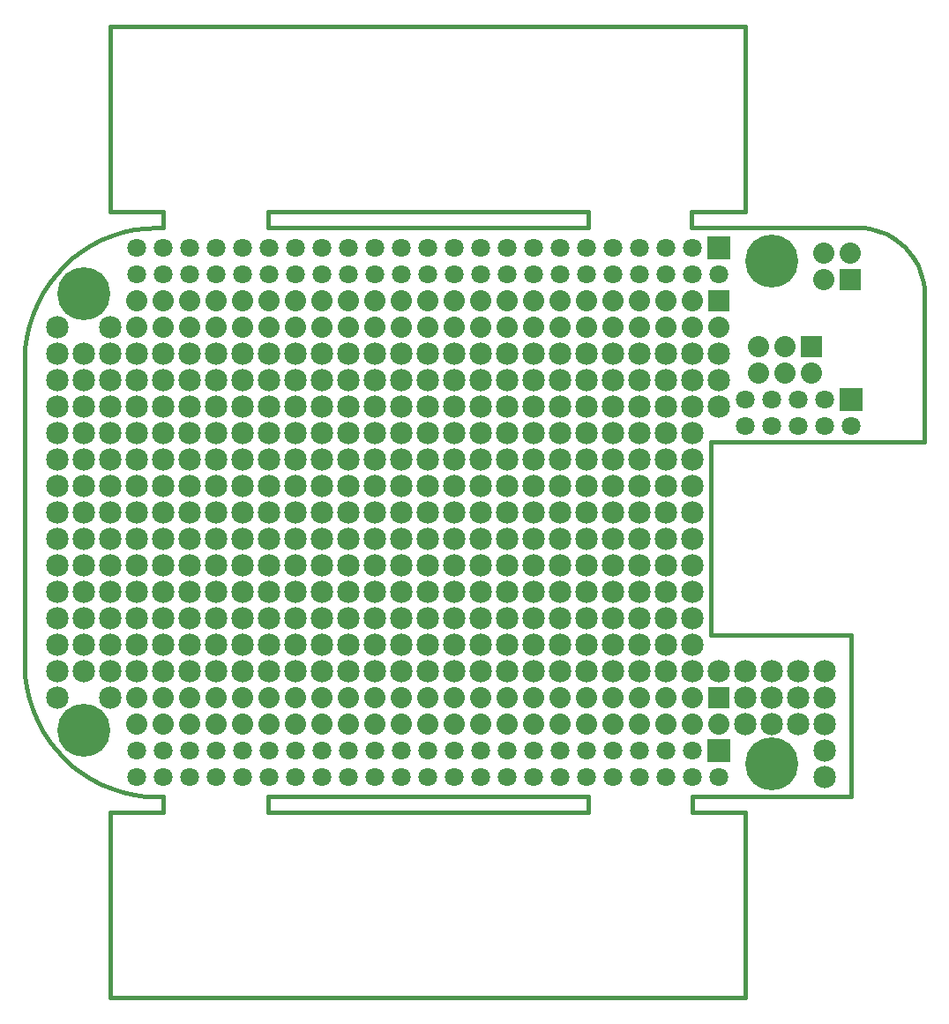
<source format=gbs>
G04 (created by PCBNEW-RS274X (2011-09-21 BZR 3143)-testing) date Tue 27 Dec 2011 10:04:21 PM EST*
G01*
G70*
G90*
%MOIN*%
G04 Gerber Fmt 3.4, Leading zero omitted, Abs format*
%FSLAX34Y34*%
G04 APERTURE LIST*
%ADD10C,0.006000*%
%ADD11C,0.015000*%
%ADD12R,0.080000X0.080000*%
%ADD13C,0.080000*%
%ADD14C,0.085000*%
%ADD15C,0.200000*%
%ADD16R,0.085000X0.085000*%
%ADD17C,0.071200*%
G04 APERTURE END LIST*
G54D10*
G54D11*
X21300Y00600D02*
X21300Y00000D01*
X09200Y00600D02*
X21300Y00600D01*
X09200Y00000D02*
X09200Y00600D01*
X21300Y00000D02*
X09200Y00000D01*
X09200Y-21500D02*
X09250Y-21500D01*
X09200Y-22100D02*
X09200Y-21500D01*
X21300Y-22100D02*
X09200Y-22100D01*
X21300Y-21500D02*
X21300Y-22100D01*
X09200Y-21500D02*
X21300Y-21500D01*
X31250Y-15400D02*
X25950Y-15400D01*
X31250Y-21500D02*
X28500Y-21500D01*
X31250Y-21500D02*
X31250Y-15450D01*
X05250Y00000D02*
X04900Y00000D01*
X05250Y00600D02*
X05250Y00000D01*
X03250Y00600D02*
X05250Y00600D01*
X25200Y00000D02*
X27250Y00000D01*
X25200Y00600D02*
X25200Y00000D01*
X27200Y00600D02*
X25200Y00600D01*
X27250Y-21500D02*
X25250Y-21500D01*
X27250Y-22100D02*
X27250Y-22150D01*
X25250Y-22100D02*
X27250Y-22100D01*
X25250Y-22100D02*
X25250Y-21500D01*
X05250Y-22100D02*
X05250Y-22050D01*
X03250Y-22100D02*
X05250Y-22100D01*
X05000Y-21500D02*
X05250Y-21500D01*
X05250Y-22100D02*
X05250Y-21500D01*
X27250Y-21500D02*
X28500Y-21500D01*
X27250Y-29100D02*
X27250Y-22100D01*
X03250Y-29100D02*
X27250Y-29100D01*
X03250Y-22100D02*
X03250Y-29100D01*
X03250Y07600D02*
X03250Y00600D01*
X27250Y07600D02*
X03250Y07600D01*
X27250Y00600D02*
X27250Y07600D01*
X27250Y00000D02*
X28500Y00000D01*
X25950Y-08100D02*
X25950Y-15400D01*
X34000Y-08100D02*
X25950Y-08100D01*
X34000Y-07900D02*
X34000Y-08100D01*
X28400Y00000D02*
X31500Y00000D01*
X00000Y-05000D02*
X00000Y-16500D01*
X34000Y-02500D02*
X34000Y-07950D01*
X34000Y-02500D02*
X33990Y-02283D01*
X33962Y-02066D01*
X33914Y-01853D01*
X33849Y-01645D01*
X33765Y-01444D01*
X33665Y-01251D01*
X33547Y-01067D01*
X33415Y-00894D01*
X33267Y-00733D01*
X33106Y-00585D01*
X32933Y-00453D01*
X32750Y-00335D01*
X32556Y-00235D01*
X32355Y-00151D01*
X32147Y-00086D01*
X31934Y-00038D01*
X31717Y-00010D01*
X31500Y00000D01*
X00000Y-16500D02*
X00020Y-16935D01*
X00076Y-17368D01*
X00171Y-17794D01*
X00302Y-18210D01*
X00469Y-18613D01*
X00670Y-18999D01*
X00905Y-19367D01*
X01170Y-19713D01*
X01465Y-20035D01*
X01787Y-20330D01*
X02133Y-20595D01*
X02501Y-20830D01*
X02887Y-21031D01*
X03290Y-21198D01*
X03706Y-21329D01*
X04132Y-21424D01*
X04565Y-21480D01*
X05000Y-21500D01*
X05000Y00000D02*
X04565Y-00020D01*
X04132Y-00076D01*
X03706Y-00171D01*
X03290Y-00302D01*
X02887Y-00469D01*
X02501Y-00670D01*
X02133Y-00905D01*
X01787Y-01170D01*
X01465Y-01465D01*
X01170Y-01787D01*
X00905Y-02133D01*
X00670Y-02501D01*
X00469Y-02887D01*
X00302Y-03290D01*
X00171Y-03706D01*
X00076Y-04132D01*
X00020Y-04565D01*
X00000Y-05000D01*
G54D12*
X26250Y-02750D03*
G54D13*
X26250Y-03750D03*
X21250Y-02750D03*
X25250Y-03750D03*
X20250Y-02750D03*
X24250Y-03750D03*
X19250Y-02750D03*
X23250Y-03750D03*
X18250Y-02750D03*
X22250Y-03750D03*
X17250Y-02750D03*
X21250Y-03750D03*
X16250Y-02750D03*
X20250Y-03750D03*
X15250Y-02750D03*
X19250Y-03750D03*
X14250Y-02750D03*
X18250Y-03750D03*
X13250Y-02750D03*
X17250Y-03750D03*
X12250Y-02750D03*
X16250Y-03750D03*
X11250Y-02750D03*
X15250Y-03750D03*
X14250Y-03750D03*
X10250Y-02750D03*
X13250Y-03750D03*
X11250Y-03750D03*
X10250Y-03750D03*
X09250Y-03750D03*
X08250Y-03750D03*
X09250Y-02750D03*
X08250Y-02750D03*
X25250Y-02750D03*
X24250Y-02750D03*
X23250Y-02750D03*
X22250Y-02750D03*
X07250Y-02750D03*
X07250Y-03750D03*
X12250Y-03750D03*
X06250Y-02750D03*
X06250Y-03750D03*
X05250Y-02750D03*
X05250Y-03750D03*
X04250Y-02750D03*
X04250Y-03750D03*
G54D14*
X26250Y-04750D03*
X26250Y-05750D03*
X26250Y-06750D03*
X29250Y-17750D03*
X30250Y-17750D03*
X30250Y-18750D03*
X09250Y-05750D03*
X09250Y-06750D03*
X09250Y-07750D03*
X09250Y-08750D03*
X09250Y-09750D03*
X09250Y-10750D03*
X09250Y-11750D03*
X09250Y-12750D03*
X09250Y-13750D03*
X09250Y-14750D03*
X08250Y-16750D03*
X09250Y-16750D03*
X10250Y-04750D03*
X10250Y-06750D03*
X10250Y-07750D03*
X10250Y-08750D03*
X10250Y-09750D03*
X10250Y-10750D03*
X10250Y-11750D03*
X10250Y-12750D03*
X08250Y-05750D03*
X07250Y-07750D03*
X07250Y-08750D03*
X07250Y-09750D03*
X07250Y-10750D03*
X07250Y-11750D03*
X07250Y-12750D03*
X07250Y-13750D03*
X07250Y-14750D03*
X07250Y-15750D03*
X07250Y-16750D03*
X07250Y-06750D03*
X08250Y-06750D03*
X08250Y-07750D03*
X08250Y-08750D03*
X08250Y-09750D03*
X08250Y-10750D03*
X08250Y-11750D03*
X08250Y-12750D03*
X08250Y-13750D03*
X08250Y-14750D03*
X08250Y-15750D03*
X09250Y-15750D03*
X12250Y-10750D03*
X12250Y-11750D03*
X12250Y-12750D03*
X12250Y-13750D03*
X12250Y-14750D03*
X12250Y-15750D03*
X12250Y-16750D03*
X13250Y-04750D03*
X13250Y-05750D03*
X13250Y-06750D03*
X12250Y-09750D03*
X13250Y-08750D03*
X13250Y-09750D03*
X13250Y-10750D03*
X13250Y-12750D03*
X13250Y-11750D03*
X10250Y-05750D03*
X13250Y-13750D03*
X13250Y-14750D03*
X13250Y-15750D03*
X11250Y-11750D03*
X10250Y-14750D03*
X10250Y-15750D03*
X10250Y-16750D03*
X11250Y-04750D03*
X11250Y-05750D03*
X11250Y-06750D03*
X11250Y-07750D03*
X11250Y-08750D03*
X11250Y-09750D03*
X11250Y-10750D03*
X10250Y-13750D03*
X11250Y-12750D03*
X11250Y-13750D03*
X11250Y-14750D03*
X11250Y-15750D03*
X11250Y-16750D03*
X12250Y-04750D03*
X12250Y-05750D03*
X12250Y-06750D03*
X12250Y-07750D03*
X05250Y-10750D03*
X13250Y-07750D03*
X02250Y-07750D03*
X02250Y-08750D03*
X02250Y-09750D03*
X02250Y-10750D03*
X02250Y-11750D03*
X02250Y-12750D03*
X02250Y-13750D03*
X02250Y-14750D03*
X02250Y-15750D03*
X02250Y-16750D03*
X02250Y-06750D03*
X03250Y-06750D03*
X03250Y-07750D03*
X03250Y-08750D03*
X03250Y-09750D03*
X03250Y-10750D03*
X03250Y-11750D03*
X03250Y-12750D03*
X03250Y-13750D03*
X03250Y-14750D03*
X01250Y-09750D03*
X05250Y-04750D03*
X06250Y-04750D03*
X07250Y-04750D03*
X08250Y-04750D03*
X09250Y-04750D03*
X03250Y-03750D03*
X01250Y-04750D03*
X01250Y-05750D03*
X01250Y-06750D03*
X01250Y-07750D03*
X01250Y-08750D03*
X04250Y-04750D03*
X01250Y-10750D03*
X01250Y-11750D03*
X01250Y-12750D03*
X01250Y-13750D03*
X01250Y-14750D03*
X01250Y-15750D03*
X01250Y-16750D03*
X01250Y-17750D03*
X02250Y-05750D03*
X06250Y-08750D03*
X03250Y-05750D03*
X05250Y-11750D03*
X05250Y-12750D03*
X05250Y-13750D03*
X05250Y-14750D03*
X05250Y-15750D03*
X05250Y-16750D03*
X06250Y-05750D03*
X06250Y-06750D03*
X06250Y-07750D03*
X05250Y-09750D03*
X06250Y-09750D03*
X06250Y-10750D03*
X06250Y-11750D03*
X06250Y-12750D03*
X06250Y-13750D03*
X06250Y-14750D03*
X06250Y-15750D03*
X06250Y-16750D03*
X07250Y-05750D03*
X04250Y-10750D03*
X03250Y-16750D03*
X03250Y-17750D03*
X04250Y-05750D03*
X01250Y-03750D03*
X04250Y-06750D03*
X04250Y-07750D03*
X04250Y-08750D03*
X02250Y-04750D03*
X03250Y-04750D03*
X04250Y-09750D03*
X03250Y-15750D03*
X04250Y-11750D03*
X04250Y-12750D03*
X04250Y-13750D03*
X04250Y-14750D03*
X04250Y-15750D03*
X04250Y-16750D03*
X05250Y-05750D03*
X05250Y-06750D03*
X05250Y-07750D03*
X05250Y-08750D03*
X12250Y-08750D03*
X27250Y-18750D03*
X27250Y-17750D03*
X25250Y-15750D03*
X25250Y-14750D03*
X25250Y-11750D03*
X25250Y-10750D03*
X25250Y-07750D03*
X25250Y-05750D03*
X25250Y-04750D03*
X24250Y-14750D03*
X28250Y-18750D03*
X24250Y-10750D03*
X19250Y-14750D03*
X24250Y-07750D03*
X24250Y-05750D03*
X23250Y-16750D03*
X23250Y-14750D03*
X23250Y-13750D03*
X23250Y-12750D03*
X23250Y-11750D03*
X21250Y-12750D03*
X20250Y-15750D03*
X20250Y-16750D03*
X21250Y-04750D03*
X21250Y-05750D03*
X21250Y-06750D03*
X21250Y-07750D03*
X21250Y-08750D03*
X21250Y-09750D03*
X21250Y-10750D03*
X21250Y-11750D03*
X20250Y-14750D03*
X21250Y-13750D03*
X21250Y-14750D03*
X21250Y-15750D03*
X21250Y-16750D03*
X22250Y-04750D03*
X30250Y-16750D03*
X28250Y-16750D03*
X30250Y-20750D03*
X28250Y-17750D03*
X24250Y-13750D03*
X30250Y-19750D03*
X29250Y-18750D03*
X27250Y-16750D03*
X26250Y-16750D03*
X25250Y-16750D03*
X25250Y-13750D03*
X25250Y-12750D03*
X25250Y-09750D03*
X25250Y-08750D03*
X29250Y-16750D03*
X24250Y-16750D03*
X24250Y-15750D03*
X24250Y-12750D03*
X24250Y-11750D03*
X24250Y-09750D03*
X24250Y-08750D03*
X24250Y-06750D03*
X24250Y-04750D03*
X23250Y-15750D03*
X22250Y-13750D03*
X23250Y-09750D03*
X20250Y-12750D03*
X23250Y-08750D03*
X23250Y-07750D03*
X23250Y-06750D03*
X23250Y-05750D03*
X23250Y-04750D03*
X22250Y-16750D03*
X22250Y-15750D03*
X22250Y-14750D03*
X23250Y-10750D03*
X22250Y-12750D03*
X22250Y-11750D03*
X22250Y-10750D03*
X22250Y-09750D03*
X22250Y-08750D03*
X22250Y-07750D03*
X22250Y-06750D03*
X22250Y-05750D03*
X19250Y-16750D03*
X15250Y-13750D03*
X15250Y-14750D03*
X15250Y-15750D03*
X15250Y-16750D03*
X16250Y-04750D03*
X16250Y-05750D03*
X16250Y-06750D03*
X16250Y-07750D03*
X16250Y-08750D03*
X16250Y-09750D03*
X15250Y-12750D03*
X16250Y-11750D03*
X16250Y-12750D03*
X16250Y-13750D03*
X16250Y-14750D03*
X16250Y-15750D03*
X16250Y-16750D03*
X17250Y-04750D03*
X17250Y-05750D03*
X17250Y-06750D03*
X17250Y-07750D03*
X14250Y-14750D03*
X14250Y-04750D03*
X14250Y-05750D03*
X14250Y-06750D03*
X14250Y-07750D03*
X14250Y-08750D03*
X14250Y-09750D03*
X14250Y-10750D03*
X14250Y-11750D03*
X14250Y-12750D03*
X14250Y-13750D03*
X13250Y-16750D03*
X14250Y-15750D03*
X14250Y-16750D03*
X15250Y-04750D03*
X15250Y-05750D03*
X15250Y-06750D03*
X15250Y-07750D03*
X15250Y-08750D03*
X15250Y-09750D03*
X15250Y-10750D03*
X15250Y-11750D03*
X16250Y-10750D03*
X19250Y-05750D03*
X19250Y-06750D03*
X19250Y-07750D03*
X19250Y-08750D03*
X19250Y-09750D03*
X19250Y-10750D03*
X19250Y-11750D03*
X19250Y-12750D03*
X19250Y-13750D03*
X19250Y-15750D03*
X19250Y-04750D03*
X20250Y-04750D03*
X20250Y-05750D03*
X20250Y-06750D03*
X20250Y-07750D03*
X20250Y-08750D03*
X20250Y-09750D03*
X20250Y-10750D03*
X20250Y-11750D03*
X20250Y-13750D03*
X18250Y-06750D03*
X17250Y-09750D03*
X17250Y-10750D03*
X17250Y-11750D03*
X17250Y-12750D03*
X17250Y-13750D03*
X17250Y-14750D03*
X17250Y-15750D03*
X17250Y-16750D03*
X18250Y-04750D03*
X18250Y-05750D03*
X17250Y-08750D03*
X18250Y-07750D03*
X18250Y-08750D03*
X18250Y-09750D03*
X18250Y-10750D03*
X18250Y-11750D03*
X18250Y-12750D03*
X18250Y-13750D03*
X18250Y-14750D03*
X18250Y-15750D03*
X18250Y-16750D03*
X25250Y-06750D03*
G54D12*
X26250Y-17750D03*
G54D13*
X26250Y-18750D03*
X21250Y-17750D03*
X25250Y-18750D03*
X20250Y-17750D03*
X24250Y-18750D03*
X19250Y-17750D03*
X23250Y-18750D03*
X18250Y-17750D03*
X22250Y-18750D03*
X17250Y-17750D03*
X21250Y-18750D03*
X16250Y-17750D03*
X20250Y-18750D03*
X15250Y-17750D03*
X19250Y-18750D03*
X14250Y-17750D03*
X18250Y-18750D03*
X13250Y-17750D03*
X17250Y-18750D03*
X12250Y-17750D03*
X16250Y-18750D03*
X11250Y-17750D03*
X15250Y-18750D03*
X14250Y-18750D03*
X10250Y-17750D03*
X13250Y-18750D03*
X11250Y-18750D03*
X10250Y-18750D03*
X09250Y-18750D03*
X08250Y-18750D03*
X09250Y-17750D03*
X08250Y-17750D03*
X25250Y-17750D03*
X24250Y-17750D03*
X23250Y-17750D03*
X22250Y-17750D03*
X07250Y-17750D03*
X07250Y-18750D03*
X12250Y-18750D03*
X06250Y-17750D03*
X06250Y-18750D03*
X05250Y-17750D03*
X05250Y-18750D03*
X04250Y-17750D03*
X04250Y-18750D03*
G54D12*
X29750Y-04500D03*
G54D13*
X29750Y-05500D03*
X28750Y-04500D03*
X28750Y-05500D03*
X27750Y-04500D03*
X27750Y-05500D03*
G54D12*
X31200Y-01950D03*
G54D13*
X30200Y-01950D03*
X31200Y-00950D03*
X30200Y-00950D03*
G54D15*
X02250Y-02500D03*
X28250Y-01250D03*
X28250Y-20250D03*
X02250Y-19000D03*
G54D16*
X26250Y-00750D03*
G54D17*
X26250Y-01750D03*
X25250Y-00750D03*
X25250Y-01750D03*
X24250Y-00750D03*
X24250Y-01750D03*
X23250Y-00750D03*
X23250Y-01750D03*
X22250Y-00750D03*
X22250Y-01750D03*
X21250Y-00750D03*
X21250Y-01750D03*
X20250Y-00750D03*
X20250Y-01750D03*
X19250Y-00750D03*
X19250Y-01750D03*
X18250Y-00750D03*
X18250Y-01750D03*
X17250Y-00750D03*
X17250Y-01750D03*
X16250Y-00750D03*
X16250Y-01750D03*
X15250Y-00750D03*
X15250Y-01750D03*
X14250Y-00750D03*
X14250Y-01750D03*
X13250Y-00750D03*
X13250Y-01750D03*
X12250Y-00750D03*
X12250Y-01750D03*
X11250Y-00750D03*
X11250Y-01750D03*
X10250Y-00750D03*
X10250Y-01750D03*
X09250Y-00750D03*
X09250Y-01750D03*
X08250Y-00750D03*
X08250Y-01750D03*
X07250Y-00750D03*
X07250Y-01750D03*
X06250Y-00750D03*
X06250Y-01750D03*
X05250Y-00750D03*
X05250Y-01750D03*
X04250Y-00750D03*
X04250Y-01750D03*
G54D16*
X26250Y-19750D03*
G54D17*
X26250Y-20750D03*
X25250Y-19750D03*
X25250Y-20750D03*
X24250Y-19750D03*
X24250Y-20750D03*
X23250Y-19750D03*
X23250Y-20750D03*
X22250Y-19750D03*
X22250Y-20750D03*
X21250Y-19750D03*
X21250Y-20750D03*
X20250Y-19750D03*
X20250Y-20750D03*
X19250Y-19750D03*
X19250Y-20750D03*
X18250Y-19750D03*
X18250Y-20750D03*
X17250Y-19750D03*
X17250Y-20750D03*
X16250Y-19750D03*
X16250Y-20750D03*
X15250Y-19750D03*
X15250Y-20750D03*
X14250Y-19750D03*
X14250Y-20750D03*
X13250Y-19750D03*
X13250Y-20750D03*
X12250Y-19750D03*
X12250Y-20750D03*
X11250Y-19750D03*
X11250Y-20750D03*
X10250Y-19750D03*
X10250Y-20750D03*
X09250Y-19750D03*
X09250Y-20750D03*
X08250Y-19750D03*
X08250Y-20750D03*
X07250Y-19750D03*
X07250Y-20750D03*
X06250Y-19750D03*
X06250Y-20750D03*
X05250Y-19750D03*
X05250Y-20750D03*
X04250Y-19750D03*
X04250Y-20750D03*
G54D16*
X31250Y-06500D03*
G54D17*
X31250Y-07500D03*
X30250Y-06500D03*
X30250Y-07500D03*
X29250Y-06500D03*
X29250Y-07500D03*
X28250Y-06500D03*
X28250Y-07500D03*
X27250Y-06500D03*
X27250Y-07500D03*
M02*

</source>
